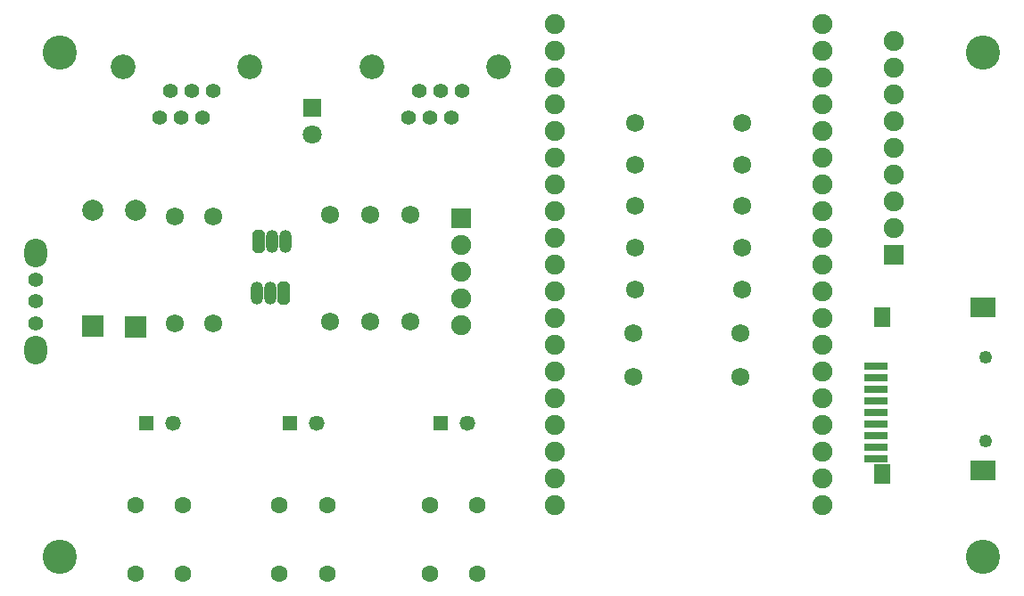
<source format=gbr>
G04 DipTrace 3.3.1.3*
G04 TopMask.gbr*
%MOMM*%
G04 #@! TF.FileFunction,Soldermask,Top*
G04 #@! TF.Part,Single*
%AMOUTLINE1*
4,1,8,
0.6,0.79142,
0.29142,1.1,
-0.29142,1.1,
-0.6,0.79142,
-0.6,-0.79142,
-0.29142,-1.1,
0.29142,-1.1,
0.6,-0.79142,
0.6,0.79142,
0*%
%AMOUTLINE4*
4,1,8,
-0.6,-0.79142,
-0.29142,-1.1,
0.29142,-1.1,
0.6,-0.79142,
0.6,0.79142,
0.29142,1.1,
-0.29142,1.1,
-0.6,0.79142,
-0.6,-0.79142,
0*%
%ADD21R,1.8X1.8*%
%ADD34C,1.4*%
%ADD43C,3.25*%
%ADD44C,2.35*%
%ADD45C,1.25*%
%ADD59C,1.6*%
%ADD60O,2.2X2.7*%
%ADD62C,1.724*%
%ADD64C,1.724*%
%ADD66O,1.2X2.2*%
%ADD68R,2.45X1.95*%
%ADD70R,1.65X1.95*%
%ADD72R,2.2X0.8*%
%ADD75C,1.9*%
%ADD77R,1.9X1.9*%
%ADD79C,2.0*%
%ADD80R,2.0X2.0*%
%ADD81R,1.47X1.47*%
%ADD83C,1.47*%
%ADD85C,1.8*%
%ADD95OUTLINE1*%
%ADD98OUTLINE4*%
%FSLAX35Y35*%
G04*
G71*
G90*
G75*
G01*
G04 TopMask*
%LPD*%
D21*
X3825963Y5651590D3*
D85*
Y5397590D3*
D83*
X2505563Y2649713D3*
D81*
X2251563D3*
D83*
X3870863D3*
D81*
X3616863D3*
D83*
X5299540D3*
D81*
X5045540D3*
D80*
X1749583Y3571963D3*
D79*
Y4676963D3*
D80*
X2149377Y3568583D3*
D79*
Y4673583D3*
D43*
X10191813Y1381213D3*
X1428813Y6175413D3*
Y1381213D3*
X10191813Y6175513D3*
D77*
X5238840Y4603837D3*
D75*
Y4349837D3*
Y4095837D3*
Y3841837D3*
Y3587837D3*
D34*
X5254713Y5810337D3*
X5152713Y5556337D3*
X5050713Y5810337D3*
X4948713Y5556337D3*
X4846713Y5810337D3*
X4744713Y5556337D3*
D44*
X5599713Y6040337D3*
X4399713D3*
D34*
X2889337Y5810337D3*
X2787337Y5556337D3*
X2685337Y5810337D3*
X2583337Y5556337D3*
X2481337Y5810337D3*
X2379337Y5556337D3*
D44*
X3234337Y6040337D3*
X2034337D3*
D72*
X9175837Y2317837D3*
Y2427837D3*
Y2537837D3*
Y2647837D3*
Y2757837D3*
Y2867837D3*
Y2977837D3*
Y3087837D3*
Y3197837D3*
D70*
X9235737Y2167737D3*
X9236630Y3663287D3*
D68*
X10196457Y3755517D3*
X10196113Y2202007D3*
D45*
X10222763Y2483537D3*
Y3282237D3*
D95*
X3556090Y3889463D3*
D66*
X3429090D3*
X3302090D3*
D98*
X3317963Y4381587D3*
D66*
X3444963D3*
X3571963D3*
D64*
X7889963Y3508460D3*
D62*
X6873963D3*
D64*
X6889837Y5111837D3*
D62*
X7905837D3*
D64*
X7889963Y3095713D3*
D62*
X6873963D3*
D64*
X7905837Y5508717D3*
D62*
X6889837D3*
D64*
Y4318087D3*
D62*
X7905837D3*
D64*
X6889837Y4714960D3*
D62*
X7905837D3*
D64*
Y3921213D3*
D62*
X6889837D3*
D64*
X2889340Y3603713D3*
D62*
Y4619713D3*
D64*
X2524213D3*
D62*
Y3603713D3*
D77*
X9350460Y4254583D3*
D75*
Y4508583D3*
Y4762583D3*
Y5016583D3*
Y5270583D3*
Y5524583D3*
Y5778583D3*
Y6032583D3*
Y6286583D3*
D64*
X4000590Y3619587D3*
D62*
Y4635587D3*
D64*
X4381590Y3619587D3*
D62*
Y4635587D3*
D64*
X4762590D3*
D62*
Y3619587D3*
D60*
X1206590Y3349710D3*
D34*
Y3603733D3*
Y3810083D3*
Y4016460D3*
D60*
Y4270483D3*
D59*
X2603563Y1224717D3*
Y1874717D3*
X2153563D3*
Y1224717D3*
X3968863D3*
Y1874717D3*
X3518863D3*
Y1224717D3*
X5397540D3*
Y1874717D3*
X4947540D3*
Y1224717D3*
D75*
X6127837Y6445340D3*
Y6191340D3*
Y5937340D3*
Y5683340D3*
Y5429340D3*
Y5175340D3*
Y4921340D3*
Y4667340D3*
Y4413340D3*
Y4159340D3*
Y3905340D3*
Y3651340D3*
Y3397340D3*
Y3143340D3*
Y2889340D3*
Y2635340D3*
Y2381340D3*
Y2127340D3*
Y1873340D3*
X8667837D3*
Y2127340D3*
Y2381340D3*
Y2635340D3*
Y2889340D3*
Y3143340D3*
Y3397340D3*
Y3651340D3*
Y3905340D3*
Y4159340D3*
Y4413340D3*
Y4667340D3*
Y4921340D3*
Y5175340D3*
Y5429340D3*
Y5683340D3*
Y5937340D3*
Y6191340D3*
Y6445340D3*
M02*

</source>
